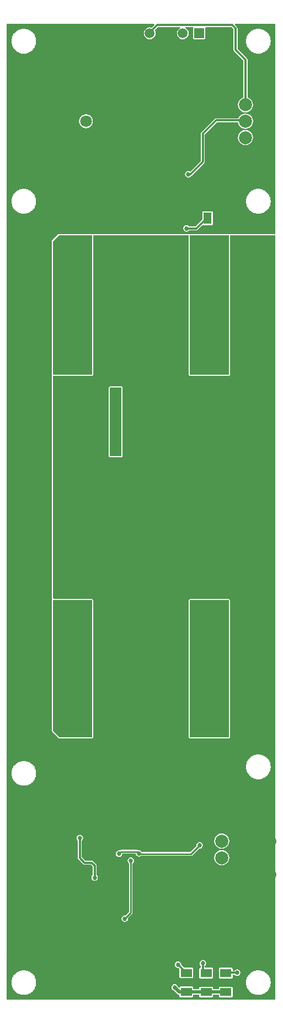
<source format=gbl>
G04*
G04 #@! TF.GenerationSoftware,Altium Limited,Altium Designer,20.2.7 (254)*
G04*
G04 Layer_Physical_Order=2*
G04 Layer_Color=16711680*
%FSLAX44Y44*%
%MOMM*%
G71*
G04*
G04 #@! TF.SameCoordinates,09A48B07-2891-40CF-AB4D-50A5A77D63B2*
G04*
G04*
G04 #@! TF.FilePolarity,Positive*
G04*
G01*
G75*
%ADD13C,0.2540*%
%ADD16C,0.5000*%
%ADD27R,1.3000X1.8000*%
%ADD36R,1.8000X1.3000*%
%ADD113C,0.3000*%
%ADD117C,3.5000*%
%ADD118C,1.8000*%
%ADD119C,1.5000*%
%ADD120C,2.0000*%
%ADD121R,2.9000X2.5000*%
%ADD122R,6.0000X5.0000*%
%ADD123R,4.0000X5.0000*%
%ADD124R,1.5000X1.5000*%
%ADD125O,1.0000X1.7000*%
%ADD126C,0.6858*%
%ADD127C,1.0000*%
%ADD128C,0.5080*%
G36*
X416115Y1174650D02*
X345000Y1174650D01*
X345000Y1174650D01*
X285000Y1174650D01*
X135000Y1174650D01*
X135000Y1174650D01*
X84250D01*
X84250Y1174650D01*
X82867D01*
X73350Y1165171D01*
X73350Y615000D01*
Y415000D01*
X73834Y413834D01*
X83834Y403834D01*
X85000Y403350D01*
X135000D01*
X136166Y403834D01*
X136650Y405000D01*
Y615000D01*
X136166Y616166D01*
X135000Y616650D01*
X76270D01*
X75000Y617920D01*
X75000Y957177D01*
X75000Y958350D01*
X135000D01*
X136166Y958834D01*
X136650Y960000D01*
Y1173000D01*
X252250Y1173000D01*
X282080D01*
X283350Y1173000D01*
Y960000D01*
X283834Y958834D01*
X285000Y958350D01*
X345000D01*
X346166Y958834D01*
X346650Y960000D01*
Y1173000D01*
X416115D01*
Y3884D01*
X3884D01*
Y1496116D01*
X230096D01*
X230582Y1494942D01*
X226175Y1490535D01*
X225556Y1490792D01*
X223200Y1491102D01*
X220844Y1490792D01*
X218649Y1489883D01*
X216764Y1488436D01*
X215318Y1486551D01*
X214408Y1484356D01*
X214098Y1482000D01*
X214408Y1479644D01*
X215318Y1477449D01*
X216764Y1475564D01*
X218649Y1474118D01*
X220844Y1473208D01*
X223200Y1472898D01*
X225556Y1473208D01*
X227751Y1474118D01*
X229636Y1475564D01*
X231082Y1477449D01*
X231992Y1479644D01*
X232302Y1482000D01*
X231992Y1484356D01*
X231082Y1486551D01*
X231008Y1486648D01*
X235777Y1491417D01*
X269834D01*
X270087Y1490147D01*
X269449Y1489883D01*
X267564Y1488436D01*
X266118Y1486551D01*
X265208Y1484356D01*
X264898Y1482000D01*
X265208Y1479644D01*
X266118Y1477449D01*
X267564Y1475564D01*
X269449Y1474118D01*
X271644Y1473208D01*
X274000Y1472898D01*
X276356Y1473208D01*
X278551Y1474118D01*
X280436Y1475564D01*
X281882Y1477449D01*
X282792Y1479644D01*
X283102Y1482000D01*
X282792Y1484356D01*
X281882Y1486551D01*
X280436Y1488436D01*
X278551Y1489883D01*
X277913Y1490147D01*
X278165Y1491417D01*
X289825D01*
X290518Y1490147D01*
X290250Y1489500D01*
Y1474500D01*
X290734Y1473334D01*
X291900Y1472850D01*
X306900D01*
X308066Y1473334D01*
X308550Y1474500D01*
Y1489500D01*
X308282Y1490147D01*
X308975Y1491417D01*
X348785D01*
X351917Y1488285D01*
Y1457000D01*
X351917Y1457000D01*
X352151Y1455820D01*
X352820Y1454820D01*
X367137Y1440503D01*
Y1383696D01*
X364408Y1382566D01*
X362001Y1380719D01*
X360154Y1378312D01*
X358993Y1375508D01*
X358597Y1372500D01*
X358993Y1369492D01*
X360154Y1366688D01*
X362001Y1364281D01*
X364408Y1362434D01*
X367212Y1361273D01*
X370220Y1360877D01*
X373228Y1361273D01*
X376032Y1362434D01*
X378439Y1364281D01*
X380286Y1366688D01*
X381447Y1369492D01*
X381843Y1372500D01*
X381447Y1375508D01*
X380286Y1378312D01*
X378439Y1380719D01*
X376032Y1382566D01*
X373303Y1383696D01*
Y1441780D01*
X373303Y1441780D01*
X373069Y1442960D01*
X372400Y1443960D01*
X372400Y1443960D01*
X358083Y1458277D01*
Y1489562D01*
X358083Y1489562D01*
X357849Y1490742D01*
X357180Y1491742D01*
X357180Y1491742D01*
X353980Y1494942D01*
X354466Y1496116D01*
X416115D01*
Y1174650D01*
D02*
G37*
G36*
X345000Y960000D02*
X285000D01*
Y1173000D01*
X345000Y1173000D01*
Y960000D01*
D02*
G37*
G36*
X135000Y1173000D02*
Y960000D01*
X75000D01*
Y1163750D01*
X75001Y1163751D01*
X84250Y1173000D01*
X135000D01*
D02*
G37*
G36*
Y405000D02*
X85000D01*
X75000Y415000D01*
Y615000D01*
X135000D01*
Y405000D01*
D02*
G37*
%LPC*%
G36*
X391477Y1488885D02*
X388523D01*
X388147Y1488810D01*
X387765D01*
X384867Y1488233D01*
X384513Y1488087D01*
X384138Y1488013D01*
X381408Y1486882D01*
X381090Y1486669D01*
X380737Y1486523D01*
X378280Y1484881D01*
X378009Y1484611D01*
X377691Y1484398D01*
X375602Y1482309D01*
X375389Y1481991D01*
X375119Y1481720D01*
X373477Y1479263D01*
X373331Y1478910D01*
X373118Y1478592D01*
X371987Y1475862D01*
X371913Y1475487D01*
X371766Y1475133D01*
X371190Y1472235D01*
Y1471853D01*
X371115Y1471477D01*
Y1468523D01*
X371190Y1468147D01*
Y1467765D01*
X371766Y1464867D01*
X371913Y1464513D01*
X371987Y1464138D01*
X373118Y1461408D01*
X373331Y1461090D01*
X373477Y1460737D01*
X375119Y1458280D01*
X375389Y1458009D01*
X375602Y1457691D01*
X377691Y1455602D01*
X378009Y1455389D01*
X378280Y1455119D01*
X380737Y1453477D01*
X381090Y1453331D01*
X381408Y1453118D01*
X384138Y1451987D01*
X384513Y1451913D01*
X384867Y1451766D01*
X387765Y1451190D01*
X388147D01*
X388523Y1451115D01*
X391477D01*
X391853Y1451190D01*
X392235D01*
X395133Y1451766D01*
X395487Y1451913D01*
X395862Y1451987D01*
X398592Y1453118D01*
X398910Y1453331D01*
X399263Y1453477D01*
X401720Y1455119D01*
X401991Y1455389D01*
X402309Y1455602D01*
X404398Y1457691D01*
X404611Y1458009D01*
X404881Y1458280D01*
X406523Y1460737D01*
X406669Y1461090D01*
X406882Y1461408D01*
X408013Y1464138D01*
X408087Y1464513D01*
X408233Y1464867D01*
X408810Y1467765D01*
Y1468147D01*
X408885Y1468523D01*
Y1471477D01*
X408810Y1471853D01*
Y1472235D01*
X408233Y1475133D01*
X408087Y1475487D01*
X408013Y1475862D01*
X406882Y1478592D01*
X406669Y1478910D01*
X406523Y1479263D01*
X404881Y1481720D01*
X404611Y1481991D01*
X404398Y1482309D01*
X402309Y1484398D01*
X401991Y1484611D01*
X401720Y1484881D01*
X399263Y1486523D01*
X398910Y1486669D01*
X398592Y1486882D01*
X395862Y1488013D01*
X395487Y1488087D01*
X395133Y1488233D01*
X392235Y1488810D01*
X391853D01*
X391477Y1488885D01*
D02*
G37*
G36*
X31477D02*
X28523D01*
X28147Y1488810D01*
X27765D01*
X24867Y1488233D01*
X24513Y1488087D01*
X24138Y1488013D01*
X21408Y1486882D01*
X21090Y1486669D01*
X20737Y1486523D01*
X18280Y1484881D01*
X18009Y1484611D01*
X17691Y1484398D01*
X15602Y1482309D01*
X15389Y1481991D01*
X15119Y1481720D01*
X13477Y1479263D01*
X13331Y1478910D01*
X13118Y1478592D01*
X11988Y1475862D01*
X11913Y1475487D01*
X11766Y1475133D01*
X11190Y1472235D01*
Y1471853D01*
X11115Y1471477D01*
Y1468523D01*
X11190Y1468147D01*
Y1467765D01*
X11766Y1464867D01*
X11913Y1464513D01*
X11988Y1464138D01*
X13118Y1461408D01*
X13331Y1461090D01*
X13477Y1460737D01*
X15119Y1458280D01*
X15389Y1458009D01*
X15602Y1457691D01*
X17691Y1455602D01*
X18009Y1455389D01*
X18280Y1455119D01*
X20737Y1453477D01*
X21090Y1453331D01*
X21408Y1453118D01*
X24138Y1451987D01*
X24513Y1451913D01*
X24867Y1451766D01*
X27765Y1451190D01*
X28147D01*
X28523Y1451115D01*
X31477D01*
X31853Y1451190D01*
X32235D01*
X35133Y1451766D01*
X35487Y1451913D01*
X35862Y1451987D01*
X38592Y1453118D01*
X38910Y1453331D01*
X39263Y1453477D01*
X41720Y1455119D01*
X41991Y1455389D01*
X42309Y1455602D01*
X44398Y1457691D01*
X44611Y1458009D01*
X44881Y1458280D01*
X46523Y1460737D01*
X46669Y1461090D01*
X46882Y1461408D01*
X48012Y1464138D01*
X48087Y1464513D01*
X48233Y1464867D01*
X48810Y1467765D01*
Y1468147D01*
X48885Y1468523D01*
Y1471477D01*
X48810Y1471853D01*
Y1472235D01*
X48233Y1475133D01*
X48087Y1475487D01*
X48012Y1475862D01*
X46882Y1478592D01*
X46669Y1478910D01*
X46523Y1479263D01*
X44881Y1481720D01*
X44611Y1481991D01*
X44398Y1482309D01*
X42309Y1484398D01*
X41991Y1484611D01*
X41720Y1484881D01*
X39263Y1486523D01*
X38910Y1486669D01*
X38592Y1486882D01*
X35862Y1488013D01*
X35487Y1488087D01*
X35133Y1488233D01*
X32235Y1488810D01*
X31853D01*
X31477Y1488885D01*
D02*
G37*
G36*
X370220Y1359123D02*
X367212Y1358727D01*
X364408Y1357566D01*
X362001Y1355719D01*
X360154Y1353312D01*
X359604Y1351983D01*
X325220D01*
X325220Y1351983D01*
X324040Y1351749D01*
X323040Y1351080D01*
X323040Y1351080D01*
X302720Y1330760D01*
X302052Y1329760D01*
X301817Y1328580D01*
X301817Y1328580D01*
Y1286926D01*
X285256Y1270365D01*
X284433Y1270916D01*
X282500Y1271300D01*
X280567Y1270916D01*
X278929Y1269821D01*
X277834Y1268183D01*
X277450Y1266250D01*
X277834Y1264317D01*
X278929Y1262679D01*
X280567Y1261584D01*
X282500Y1261200D01*
X284433Y1261584D01*
X286071Y1262679D01*
X286534Y1263372D01*
X286681Y1263401D01*
X287682Y1264070D01*
X307080Y1283468D01*
X307080Y1283468D01*
X307749Y1284469D01*
X307983Y1285649D01*
Y1327303D01*
X326497Y1345817D01*
X358818D01*
X358993Y1344492D01*
X360154Y1341688D01*
X362001Y1339281D01*
X364408Y1337434D01*
X367212Y1336273D01*
X370220Y1335877D01*
X373228Y1336273D01*
X376032Y1337434D01*
X378439Y1339281D01*
X380286Y1341688D01*
X381447Y1344492D01*
X381843Y1347500D01*
X381447Y1350508D01*
X380286Y1353312D01*
X378439Y1355719D01*
X376032Y1357566D01*
X373228Y1358727D01*
X370220Y1359123D01*
D02*
G37*
G36*
X125550Y1358115D02*
X122803Y1357753D01*
X120243Y1356693D01*
X118044Y1355006D01*
X116357Y1352807D01*
X115297Y1350247D01*
X114935Y1347500D01*
X115297Y1344753D01*
X116357Y1342193D01*
X118044Y1339994D01*
X120243Y1338307D01*
X122803Y1337247D01*
X125550Y1336885D01*
X128297Y1337247D01*
X130857Y1338307D01*
X133056Y1339994D01*
X134743Y1342193D01*
X135803Y1344753D01*
X136165Y1347500D01*
X135803Y1350247D01*
X134743Y1352807D01*
X133056Y1355006D01*
X130857Y1356693D01*
X128297Y1357753D01*
X125550Y1358115D01*
D02*
G37*
G36*
X370220Y1334123D02*
X367212Y1333727D01*
X364408Y1332566D01*
X362001Y1330719D01*
X360154Y1328312D01*
X358993Y1325508D01*
X358597Y1322500D01*
X358993Y1319492D01*
X360154Y1316688D01*
X362001Y1314281D01*
X364408Y1312434D01*
X367212Y1311273D01*
X370220Y1310877D01*
X373228Y1311273D01*
X376032Y1312434D01*
X378439Y1314281D01*
X380286Y1316688D01*
X381447Y1319492D01*
X381843Y1322500D01*
X381447Y1325508D01*
X380286Y1328312D01*
X378439Y1330719D01*
X376032Y1332566D01*
X373228Y1333727D01*
X370220Y1334123D01*
D02*
G37*
G36*
X391477Y1243885D02*
X388523D01*
X388147Y1243810D01*
X387765D01*
X384867Y1243233D01*
X384513Y1243087D01*
X384138Y1243012D01*
X381408Y1241882D01*
X381090Y1241669D01*
X380737Y1241523D01*
X378280Y1239881D01*
X378009Y1239611D01*
X377691Y1239398D01*
X375602Y1237309D01*
X375389Y1236991D01*
X375119Y1236720D01*
X373477Y1234263D01*
X373331Y1233910D01*
X373118Y1233592D01*
X371987Y1230862D01*
X371913Y1230487D01*
X371766Y1230133D01*
X371190Y1227235D01*
Y1226853D01*
X371115Y1226477D01*
Y1223523D01*
X371190Y1223147D01*
Y1222765D01*
X371766Y1219867D01*
X371913Y1219513D01*
X371987Y1219138D01*
X373118Y1216408D01*
X373331Y1216090D01*
X373477Y1215737D01*
X375119Y1213280D01*
X375389Y1213009D01*
X375602Y1212691D01*
X377691Y1210602D01*
X378009Y1210389D01*
X378280Y1210119D01*
X380737Y1208477D01*
X381090Y1208331D01*
X381408Y1208118D01*
X384138Y1206988D01*
X384513Y1206913D01*
X384867Y1206766D01*
X387765Y1206190D01*
X388147D01*
X388523Y1206115D01*
X391477D01*
X391853Y1206190D01*
X392235D01*
X395133Y1206766D01*
X395487Y1206913D01*
X395862Y1206988D01*
X398592Y1208118D01*
X398910Y1208331D01*
X399263Y1208477D01*
X401720Y1210119D01*
X401991Y1210389D01*
X402309Y1210602D01*
X404398Y1212691D01*
X404611Y1213009D01*
X404881Y1213280D01*
X406523Y1215737D01*
X406669Y1216090D01*
X406882Y1216408D01*
X408013Y1219138D01*
X408087Y1219513D01*
X408233Y1219867D01*
X408810Y1222765D01*
Y1223147D01*
X408885Y1223523D01*
Y1226477D01*
X408810Y1226853D01*
Y1227235D01*
X408233Y1230133D01*
X408087Y1230487D01*
X408013Y1230862D01*
X406882Y1233592D01*
X406669Y1233910D01*
X406523Y1234263D01*
X404881Y1236720D01*
X404611Y1236991D01*
X404398Y1237309D01*
X402309Y1239398D01*
X401991Y1239611D01*
X401720Y1239881D01*
X399263Y1241523D01*
X398910Y1241669D01*
X398592Y1241882D01*
X395862Y1243012D01*
X395487Y1243087D01*
X395133Y1243233D01*
X392235Y1243810D01*
X391853D01*
X391477Y1243885D01*
D02*
G37*
G36*
X31477D02*
X28523D01*
X28147Y1243810D01*
X27765D01*
X24867Y1243233D01*
X24513Y1243087D01*
X24138Y1243012D01*
X21408Y1241882D01*
X21090Y1241669D01*
X20737Y1241523D01*
X18280Y1239881D01*
X18009Y1239611D01*
X17691Y1239398D01*
X15602Y1237309D01*
X15389Y1236991D01*
X15119Y1236720D01*
X13477Y1234263D01*
X13331Y1233910D01*
X13118Y1233592D01*
X11988Y1230862D01*
X11913Y1230487D01*
X11766Y1230133D01*
X11190Y1227235D01*
Y1226853D01*
X11115Y1226477D01*
Y1223523D01*
X11190Y1223147D01*
Y1222765D01*
X11766Y1219867D01*
X11913Y1219513D01*
X11988Y1219138D01*
X13118Y1216408D01*
X13331Y1216090D01*
X13477Y1215737D01*
X15119Y1213280D01*
X15389Y1213009D01*
X15602Y1212691D01*
X17691Y1210602D01*
X18009Y1210389D01*
X18280Y1210119D01*
X20737Y1208477D01*
X21090Y1208331D01*
X21408Y1208118D01*
X24138Y1206988D01*
X24513Y1206913D01*
X24867Y1206766D01*
X27765Y1206190D01*
X28147D01*
X28523Y1206115D01*
X31477D01*
X31853Y1206190D01*
X32235D01*
X35133Y1206766D01*
X35487Y1206913D01*
X35862Y1206988D01*
X38592Y1208118D01*
X38910Y1208331D01*
X39263Y1208477D01*
X41720Y1210119D01*
X41991Y1210389D01*
X42309Y1210602D01*
X44398Y1212691D01*
X44611Y1213009D01*
X44881Y1213280D01*
X46523Y1215737D01*
X46669Y1216090D01*
X46882Y1216408D01*
X48012Y1219138D01*
X48087Y1219513D01*
X48233Y1219867D01*
X48810Y1222765D01*
Y1223147D01*
X48885Y1223523D01*
Y1226477D01*
X48810Y1226853D01*
Y1227235D01*
X48233Y1230133D01*
X48087Y1230487D01*
X48012Y1230862D01*
X46882Y1233592D01*
X46669Y1233910D01*
X46523Y1234263D01*
X44881Y1236720D01*
X44611Y1236991D01*
X44398Y1237309D01*
X42309Y1239398D01*
X41991Y1239611D01*
X41720Y1239881D01*
X39263Y1241523D01*
X38910Y1241669D01*
X38592Y1241882D01*
X35862Y1243012D01*
X35487Y1243087D01*
X35133Y1243233D01*
X32235Y1243810D01*
X31853D01*
X31477Y1243885D01*
D02*
G37*
G36*
X318500Y1209650D02*
X305500D01*
X304334Y1209166D01*
X303850Y1208000D01*
Y1196961D01*
X293473Y1186583D01*
X283647D01*
X283321Y1187071D01*
X281682Y1188166D01*
X279750Y1188550D01*
X277817Y1188166D01*
X276179Y1187071D01*
X275084Y1185433D01*
X274700Y1183500D01*
X275084Y1181567D01*
X276179Y1179929D01*
X277817Y1178834D01*
X279750Y1178450D01*
X281682Y1178834D01*
X283321Y1179929D01*
X283647Y1180417D01*
X294750D01*
X294750Y1180417D01*
X295930Y1180651D01*
X296930Y1181320D01*
X304412Y1188801D01*
X305500Y1188350D01*
X318500D01*
X319666Y1188834D01*
X320150Y1190000D01*
Y1208000D01*
X319666Y1209166D01*
X318500Y1209650D01*
D02*
G37*
G36*
X180000Y941650D02*
X162000D01*
X160834Y941166D01*
X160350Y940000D01*
X160350Y835000D01*
X160834Y833834D01*
X162000Y833350D01*
X180000D01*
X181166Y833834D01*
X181650Y835000D01*
X181650Y940000D01*
X181166Y941166D01*
X180000Y941650D01*
D02*
G37*
G36*
X345000Y616650D02*
X285000D01*
X283834Y616166D01*
X283350Y615000D01*
Y405000D01*
X283834Y403834D01*
X285000Y403350D01*
X345000D01*
X346166Y403834D01*
X346650Y405000D01*
Y615000D01*
X346166Y616166D01*
X345000Y616650D01*
D02*
G37*
G36*
X391477Y378885D02*
X388523D01*
X388147Y378810D01*
X387765D01*
X384867Y378233D01*
X384513Y378087D01*
X384138Y378013D01*
X381408Y376882D01*
X381090Y376669D01*
X380737Y376523D01*
X378280Y374881D01*
X378009Y374611D01*
X377691Y374398D01*
X375602Y372309D01*
X375389Y371991D01*
X375119Y371720D01*
X373477Y369263D01*
X373331Y368910D01*
X373118Y368592D01*
X371987Y365862D01*
X371913Y365487D01*
X371766Y365133D01*
X371190Y362235D01*
Y361853D01*
X371115Y361477D01*
Y358523D01*
X371190Y358147D01*
Y357765D01*
X371766Y354867D01*
X371913Y354513D01*
X371987Y354138D01*
X373118Y351408D01*
X373331Y351090D01*
X373477Y350737D01*
X375119Y348280D01*
X375389Y348009D01*
X375602Y347691D01*
X377691Y345602D01*
X378009Y345389D01*
X378280Y345119D01*
X380737Y343477D01*
X381090Y343331D01*
X381408Y343118D01*
X384138Y341987D01*
X384513Y341913D01*
X384867Y341766D01*
X387765Y341190D01*
X388147D01*
X388523Y341115D01*
X391477D01*
X391853Y341190D01*
X392235D01*
X395133Y341766D01*
X395487Y341913D01*
X395862Y341987D01*
X398592Y343118D01*
X398910Y343331D01*
X399263Y343477D01*
X401720Y345119D01*
X401991Y345389D01*
X402309Y345602D01*
X404398Y347691D01*
X404611Y348009D01*
X404881Y348280D01*
X406523Y350737D01*
X406669Y351090D01*
X406882Y351408D01*
X408013Y354138D01*
X408087Y354513D01*
X408233Y354867D01*
X408810Y357765D01*
Y358147D01*
X408885Y358523D01*
Y361477D01*
X408810Y361853D01*
Y362235D01*
X408233Y365133D01*
X408087Y365487D01*
X408013Y365862D01*
X406882Y368592D01*
X406669Y368910D01*
X406523Y369263D01*
X404881Y371720D01*
X404611Y371991D01*
X404398Y372309D01*
X402309Y374398D01*
X401991Y374611D01*
X401720Y374881D01*
X399263Y376523D01*
X398910Y376669D01*
X398592Y376882D01*
X395862Y378013D01*
X395487Y378087D01*
X395133Y378233D01*
X392235Y378810D01*
X391853D01*
X391477Y378885D01*
D02*
G37*
G36*
X31477Y368885D02*
X28523D01*
X28147Y368810D01*
X27765D01*
X24867Y368234D01*
X24513Y368087D01*
X24138Y368013D01*
X21408Y366882D01*
X21090Y366669D01*
X20737Y366523D01*
X18280Y364881D01*
X18009Y364611D01*
X17691Y364398D01*
X15602Y362309D01*
X15389Y361991D01*
X15119Y361720D01*
X13477Y359263D01*
X13331Y358910D01*
X13118Y358592D01*
X11988Y355862D01*
X11913Y355487D01*
X11766Y355133D01*
X11190Y352235D01*
Y351853D01*
X11115Y351477D01*
Y348523D01*
X11190Y348147D01*
Y347765D01*
X11766Y344867D01*
X11913Y344513D01*
X11988Y344138D01*
X13118Y341408D01*
X13331Y341090D01*
X13477Y340737D01*
X15119Y338280D01*
X15389Y338009D01*
X15602Y337691D01*
X17691Y335602D01*
X18009Y335389D01*
X18280Y335119D01*
X20737Y333477D01*
X21090Y333331D01*
X21408Y333118D01*
X24138Y331987D01*
X24513Y331913D01*
X24867Y331766D01*
X27765Y331190D01*
X28147D01*
X28523Y331115D01*
X31477D01*
X31853Y331190D01*
X32235D01*
X35133Y331766D01*
X35487Y331913D01*
X35862Y331987D01*
X38592Y333118D01*
X38910Y333331D01*
X39263Y333477D01*
X41720Y335119D01*
X41991Y335389D01*
X42309Y335602D01*
X44398Y337691D01*
X44611Y338009D01*
X44881Y338280D01*
X46523Y340737D01*
X46669Y341090D01*
X46882Y341408D01*
X48012Y344138D01*
X48087Y344513D01*
X48233Y344867D01*
X48810Y347765D01*
Y348147D01*
X48885Y348523D01*
Y351477D01*
X48810Y351853D01*
Y352235D01*
X48233Y355133D01*
X48087Y355487D01*
X48012Y355862D01*
X46882Y358592D01*
X46669Y358910D01*
X46523Y359263D01*
X44881Y361720D01*
X44611Y361991D01*
X44398Y362309D01*
X42309Y364398D01*
X41991Y364611D01*
X41720Y364881D01*
X39263Y366523D01*
X38910Y366669D01*
X38592Y366882D01*
X35862Y368013D01*
X35487Y368087D01*
X35133Y368234D01*
X32235Y368810D01*
X31853D01*
X31477Y368885D01*
D02*
G37*
G36*
X300000Y245050D02*
X298067Y244666D01*
X296429Y243571D01*
X295334Y241933D01*
X294950Y240000D01*
X295119Y239148D01*
X285570Y229599D01*
X211305D01*
X210321Y231071D01*
X208683Y232166D01*
X206750Y232550D01*
X205758Y232353D01*
X205340Y232632D01*
X204250Y232849D01*
X204250Y232849D01*
X179250D01*
X179250Y232849D01*
X178160Y232632D01*
X177236Y232014D01*
X177236Y232014D01*
X177102Y231881D01*
X176250Y232050D01*
X174317Y231666D01*
X172679Y230571D01*
X171584Y228933D01*
X171200Y227000D01*
X171584Y225067D01*
X172679Y223429D01*
X174317Y222334D01*
X176250Y221950D01*
X178183Y222334D01*
X179821Y223429D01*
X180916Y225067D01*
X181300Y227000D01*
X181424Y227151D01*
X201769D01*
X202084Y225567D01*
X203179Y223929D01*
X204817Y222834D01*
X206750Y222450D01*
X208683Y222834D01*
X210279Y223901D01*
X286750D01*
X286750Y223901D01*
X287840Y224118D01*
X288764Y224736D01*
X299148Y235119D01*
X300000Y234950D01*
X301933Y235334D01*
X303571Y236429D01*
X304666Y238067D01*
X305050Y240000D01*
X304666Y241933D01*
X303571Y243571D01*
X301933Y244666D01*
X300000Y245050D01*
D02*
G37*
G36*
X333800Y258013D02*
X330792Y257617D01*
X327988Y256456D01*
X325581Y254609D01*
X323734Y252202D01*
X322573Y249398D01*
X322177Y246390D01*
X322573Y243382D01*
X323734Y240578D01*
X325581Y238171D01*
X327988Y236324D01*
X330792Y235163D01*
X333800Y234767D01*
X336808Y235163D01*
X339612Y236324D01*
X342019Y238171D01*
X343866Y240578D01*
X345027Y243382D01*
X345423Y246390D01*
X345027Y249398D01*
X343866Y252202D01*
X342019Y254609D01*
X339612Y256456D01*
X336808Y257617D01*
X333800Y258013D01*
D02*
G37*
G36*
Y232613D02*
X330792Y232217D01*
X327988Y231056D01*
X325581Y229209D01*
X323734Y226802D01*
X322573Y223998D01*
X322177Y220990D01*
X322573Y217982D01*
X323734Y215178D01*
X325581Y212771D01*
X327988Y210924D01*
X330792Y209763D01*
X333800Y209366D01*
X336808Y209763D01*
X339612Y210924D01*
X342019Y212771D01*
X343866Y215178D01*
X345027Y217982D01*
X345423Y220990D01*
X345027Y223998D01*
X343866Y226802D01*
X342019Y229209D01*
X339612Y231056D01*
X336808Y232217D01*
X333800Y232613D01*
D02*
G37*
G36*
X116000Y256050D02*
X114067Y255666D01*
X112429Y254571D01*
X111334Y252933D01*
X110950Y251000D01*
X111334Y249067D01*
X112429Y247429D01*
X112917Y247103D01*
Y220750D01*
X112917Y220750D01*
X113152Y219570D01*
X113820Y218570D01*
X121320Y211070D01*
X121320Y211070D01*
X122320Y210401D01*
X123500Y210167D01*
X132973D01*
X135674Y207466D01*
Y194406D01*
X135186Y194080D01*
X134091Y192442D01*
X133707Y190509D01*
X134091Y188577D01*
X135186Y186938D01*
X136824Y185844D01*
X138757Y185459D01*
X140689Y185844D01*
X142328Y186938D01*
X143422Y188577D01*
X143807Y190509D01*
X143422Y192442D01*
X142328Y194080D01*
X141840Y194406D01*
Y208743D01*
X141605Y209923D01*
X140937Y210923D01*
X140937Y210924D01*
X136430Y215430D01*
X135430Y216098D01*
X134250Y216333D01*
X134250Y216333D01*
X124777D01*
X119083Y222027D01*
Y247103D01*
X119571Y247429D01*
X120666Y249067D01*
X121050Y251000D01*
X120666Y252933D01*
X119571Y254571D01*
X117933Y255666D01*
X116000Y256050D01*
D02*
G37*
G36*
X194250Y221550D02*
X192317Y221166D01*
X190679Y220071D01*
X189584Y218433D01*
X189200Y216500D01*
X189584Y214567D01*
X190679Y212929D01*
X191401Y212446D01*
Y137930D01*
X185852Y132381D01*
X185000Y132550D01*
X183067Y132166D01*
X181429Y131071D01*
X180334Y129433D01*
X179950Y127500D01*
X180334Y125567D01*
X181429Y123929D01*
X183067Y122834D01*
X185000Y122450D01*
X186933Y122834D01*
X188571Y123929D01*
X189666Y125567D01*
X190050Y127500D01*
X189881Y128352D01*
X196264Y134736D01*
X196882Y135660D01*
X197099Y136750D01*
X197099Y136750D01*
Y212446D01*
X197821Y212929D01*
X198916Y214567D01*
X199300Y216500D01*
X198916Y218433D01*
X197821Y220071D01*
X196183Y221166D01*
X194250Y221550D01*
D02*
G37*
G36*
X349000Y52650D02*
X331000D01*
X329834Y52166D01*
X329350Y51000D01*
Y38000D01*
X329834Y36834D01*
X331000Y36350D01*
X349000D01*
X350166Y36834D01*
X350650Y38000D01*
Y41917D01*
X353603D01*
X353929Y41429D01*
X355568Y40334D01*
X357500Y39950D01*
X359433Y40334D01*
X361071Y41429D01*
X362166Y43067D01*
X362550Y45000D01*
X362166Y46933D01*
X361071Y48571D01*
X359433Y49666D01*
X357500Y50050D01*
X355568Y49666D01*
X353929Y48571D01*
X353603Y48083D01*
X350650D01*
Y51000D01*
X350166Y52166D01*
X349000Y52650D01*
D02*
G37*
G36*
X266800Y62420D02*
X264867Y62036D01*
X263229Y60941D01*
X262134Y59303D01*
X261750Y57370D01*
X262134Y55437D01*
X263229Y53799D01*
X264867Y52704D01*
X266800Y52320D01*
X267375Y52434D01*
X268850Y50959D01*
Y38170D01*
X269334Y37004D01*
X270500Y36521D01*
X288500D01*
X289666Y37004D01*
X290150Y38170D01*
Y51170D01*
X289666Y52336D01*
X288500Y52820D01*
X275711D01*
X271736Y56795D01*
X271850Y57370D01*
X271466Y59303D01*
X270371Y60941D01*
X268733Y62036D01*
X266800Y62420D01*
D02*
G37*
G36*
X304900Y64430D02*
X302967Y64046D01*
X301329Y62951D01*
X300234Y61313D01*
X299850Y59380D01*
X300234Y57448D01*
X301329Y55809D01*
X301817Y55483D01*
Y52650D01*
X301000D01*
X299834Y52166D01*
X299350Y51000D01*
Y38000D01*
X299834Y36834D01*
X301000Y36350D01*
X319000D01*
X320166Y36834D01*
X320650Y38000D01*
Y51000D01*
X320166Y52166D01*
X319000Y52650D01*
X307983D01*
Y55483D01*
X308471Y55809D01*
X309566Y57448D01*
X309950Y59380D01*
X309566Y61313D01*
X308471Y62951D01*
X306833Y64046D01*
X304900Y64430D01*
D02*
G37*
G36*
X391477Y48885D02*
X388523D01*
X388147Y48810D01*
X387765D01*
X384867Y48233D01*
X384513Y48087D01*
X384138Y48012D01*
X381408Y46882D01*
X381090Y46669D01*
X380737Y46523D01*
X378280Y44881D01*
X378009Y44611D01*
X377691Y44398D01*
X375602Y42309D01*
X375389Y41991D01*
X375119Y41720D01*
X373477Y39263D01*
X373331Y38910D01*
X373118Y38592D01*
X371987Y35862D01*
X371913Y35487D01*
X371766Y35133D01*
X371190Y32235D01*
Y31853D01*
X371115Y31477D01*
Y28523D01*
X371190Y28147D01*
Y27765D01*
X371766Y24867D01*
X371913Y24513D01*
X371987Y24138D01*
X373118Y21408D01*
X373331Y21090D01*
X373477Y20737D01*
X375119Y18280D01*
X375389Y18009D01*
X375602Y17691D01*
X377691Y15602D01*
X378009Y15389D01*
X378280Y15119D01*
X380737Y13477D01*
X381090Y13331D01*
X381408Y13118D01*
X384138Y11988D01*
X384513Y11913D01*
X384867Y11766D01*
X387765Y11190D01*
X388147D01*
X388523Y11115D01*
X391477D01*
X391853Y11190D01*
X392235D01*
X395133Y11766D01*
X395487Y11913D01*
X395862Y11988D01*
X398592Y13118D01*
X398910Y13331D01*
X399263Y13477D01*
X401720Y15119D01*
X401991Y15389D01*
X402309Y15602D01*
X404398Y17691D01*
X404611Y18009D01*
X404881Y18280D01*
X406523Y20737D01*
X406669Y21090D01*
X406882Y21408D01*
X408013Y24138D01*
X408087Y24513D01*
X408233Y24867D01*
X408810Y27765D01*
Y28147D01*
X408885Y28523D01*
Y31477D01*
X408810Y31853D01*
Y32235D01*
X408233Y35133D01*
X408087Y35487D01*
X408013Y35862D01*
X406882Y38592D01*
X406669Y38910D01*
X406523Y39263D01*
X404881Y41720D01*
X404611Y41991D01*
X404398Y42309D01*
X402309Y44398D01*
X401991Y44611D01*
X401720Y44881D01*
X399263Y46523D01*
X398910Y46669D01*
X398592Y46882D01*
X395862Y48012D01*
X395487Y48087D01*
X395133Y48233D01*
X392235Y48810D01*
X391853D01*
X391477Y48885D01*
D02*
G37*
G36*
X31477D02*
X28523D01*
X28147Y48810D01*
X27765D01*
X24867Y48233D01*
X24513Y48087D01*
X24138Y48012D01*
X21408Y46882D01*
X21090Y46669D01*
X20737Y46523D01*
X18280Y44881D01*
X18009Y44611D01*
X17691Y44398D01*
X15602Y42309D01*
X15389Y41991D01*
X15119Y41720D01*
X13477Y39263D01*
X13331Y38910D01*
X13118Y38592D01*
X11988Y35862D01*
X11913Y35487D01*
X11766Y35133D01*
X11190Y32235D01*
Y31853D01*
X11115Y31477D01*
Y28523D01*
X11190Y28147D01*
Y27765D01*
X11766Y24867D01*
X11913Y24513D01*
X11988Y24138D01*
X13118Y21408D01*
X13331Y21090D01*
X13477Y20737D01*
X15119Y18280D01*
X15389Y18009D01*
X15602Y17691D01*
X17691Y15602D01*
X18009Y15389D01*
X18280Y15119D01*
X20737Y13477D01*
X21090Y13331D01*
X21408Y13118D01*
X24138Y11988D01*
X24513Y11913D01*
X24867Y11766D01*
X27765Y11190D01*
X28147D01*
X28523Y11115D01*
X31477D01*
X31853Y11190D01*
X32235D01*
X35133Y11766D01*
X35487Y11913D01*
X35862Y11988D01*
X38592Y13118D01*
X38910Y13331D01*
X39263Y13477D01*
X41720Y15119D01*
X41991Y15389D01*
X42309Y15602D01*
X44398Y17691D01*
X44611Y18009D01*
X44881Y18280D01*
X46523Y20737D01*
X46669Y21090D01*
X46882Y21408D01*
X48012Y24138D01*
X48087Y24513D01*
X48233Y24867D01*
X48810Y27765D01*
Y28147D01*
X48885Y28523D01*
Y31477D01*
X48810Y31853D01*
Y32235D01*
X48233Y35133D01*
X48087Y35487D01*
X48012Y35862D01*
X46882Y38592D01*
X46669Y38910D01*
X46523Y39263D01*
X44881Y41720D01*
X44611Y41991D01*
X44398Y42309D01*
X42309Y44398D01*
X41991Y44611D01*
X41720Y44881D01*
X39263Y46523D01*
X38910Y46669D01*
X38592Y46882D01*
X35862Y48012D01*
X35487Y48087D01*
X35133Y48233D01*
X32235Y48810D01*
X31853D01*
X31477Y48885D01*
D02*
G37*
G36*
X261720Y27600D02*
X259788Y27216D01*
X258149Y26121D01*
X257054Y24483D01*
X256670Y22550D01*
X257054Y20617D01*
X258149Y18979D01*
X259788Y17884D01*
X260781Y17687D01*
X265869Y12599D01*
X267200Y11710D01*
X268770Y11397D01*
X268850D01*
Y9170D01*
X269334Y8004D01*
X270500Y7520D01*
X288500D01*
X289666Y8004D01*
X290150Y9170D01*
Y11397D01*
X299350D01*
Y9000D01*
X299834Y7834D01*
X301000Y7350D01*
X319000D01*
X320166Y7834D01*
X320650Y9000D01*
Y11397D01*
X329350D01*
Y9000D01*
X329834Y7834D01*
X331000Y7350D01*
X349000D01*
X350166Y7834D01*
X350650Y9000D01*
Y22000D01*
X350166Y23166D01*
X349000Y23650D01*
X331000D01*
X329834Y23166D01*
X329350Y22000D01*
Y19603D01*
X320650D01*
Y22000D01*
X320166Y23166D01*
X319000Y23650D01*
X301000D01*
X299834Y23166D01*
X299350Y22000D01*
Y19603D01*
X290150D01*
Y22170D01*
X289666Y23336D01*
X288500Y23820D01*
X270500D01*
X269334Y23336D01*
X269099Y22770D01*
X267677Y22395D01*
X266583Y23489D01*
X266386Y24483D01*
X265291Y26121D01*
X263653Y27216D01*
X261720Y27600D01*
D02*
G37*
%LPD*%
G36*
X180000Y835000D02*
X162000D01*
X162000Y940000D01*
X180000D01*
X180000Y835000D01*
D02*
G37*
G36*
X345000Y405000D02*
X285000D01*
Y615000D01*
X345000D01*
Y405000D01*
D02*
G37*
D13*
X286750Y226750D02*
X300000Y240000D01*
X207500Y226750D02*
X286750D01*
X204250Y230000D02*
X206750Y227500D01*
X176250Y227000D02*
X179250Y230000D01*
X204250D01*
X206750Y227500D02*
X207500Y226750D01*
X185000Y127500D02*
X194250Y136750D01*
Y216500D01*
D16*
X268770Y15500D02*
X310000D01*
X261720Y22550D02*
X268770Y15500D01*
X310000D02*
X340000D01*
D27*
X312000Y1199000D02*
D03*
X341000D02*
D03*
D36*
X340000Y44500D02*
D03*
Y15500D02*
D03*
X310000Y44500D02*
D03*
Y15500D02*
D03*
X279500Y44670D02*
D03*
Y15670D02*
D03*
D113*
X282500Y1266250D02*
X285501D01*
X304900Y1285649D01*
X266800Y57370D02*
X279500Y44670D01*
X294750Y1183500D02*
X311750Y1200500D01*
X370220Y1372500D02*
Y1441780D01*
X355000Y1457000D02*
X370220Y1441780D01*
X223200Y1482000D02*
Y1483200D01*
X304900Y59380D02*
X306170Y58110D01*
X304900Y49220D02*
X309450Y44670D01*
X304900Y49220D02*
Y59380D01*
X340500Y45000D02*
X357500D01*
X340000Y44500D02*
X340500Y45000D01*
X304900Y1285649D02*
Y1328580D01*
X325220Y1348900D01*
X368820D01*
X370220Y1347500D01*
X279750Y1183500D02*
X294750D01*
X355000Y1457000D02*
Y1489562D01*
X223200Y1483200D02*
X234500Y1494500D01*
X350062D01*
X355000Y1489562D01*
X123500Y213250D02*
X134250D01*
X116000Y220750D02*
X123500Y213250D01*
X116000Y220750D02*
Y251000D01*
X138757Y190509D02*
Y208743D01*
X134250Y213250D02*
X138757Y208743D01*
D117*
X74750Y1296700D02*
D03*
Y1398300D02*
D03*
D118*
X125550Y1347500D02*
D03*
Y1322100D02*
D03*
D119*
X410000Y246390D02*
D03*
Y195590D02*
D03*
X223200Y1482000D02*
D03*
X248600D02*
D03*
X274000D02*
D03*
D120*
X333800Y195590D02*
D03*
Y220990D02*
D03*
Y246390D02*
D03*
X370220Y1322500D02*
D03*
Y1347500D02*
D03*
Y1372500D02*
D03*
D121*
X337220Y1388500D02*
D03*
Y1306500D02*
D03*
D122*
X315000Y590000D02*
D03*
Y985000D02*
D03*
X105000Y590000D02*
D03*
Y985000D02*
D03*
D123*
X315000Y430000D02*
D03*
Y1145000D02*
D03*
X105000Y430000D02*
D03*
Y1145000D02*
D03*
D124*
X299400Y1482000D02*
D03*
D125*
X245150Y27730D02*
D03*
X158770Y27630D02*
D03*
X245150Y65730D02*
D03*
X158750D02*
D03*
D126*
X282500Y1266250D02*
D03*
X142250Y238000D02*
D03*
Y227000D02*
D03*
X131250Y238000D02*
D03*
Y227000D02*
D03*
X300000Y240000D02*
D03*
X176250Y227000D02*
D03*
X194250Y216500D02*
D03*
X206750Y227500D02*
D03*
X171000Y848000D02*
D03*
Y870000D02*
D03*
Y893000D02*
D03*
Y915000D02*
D03*
Y931000D02*
D03*
X261720Y22550D02*
D03*
X266800Y57370D02*
D03*
X304900Y59380D02*
D03*
X130750Y180500D02*
D03*
Y200500D02*
D03*
X125750Y190500D02*
D03*
X357500Y45000D02*
D03*
X185000Y127500D02*
D03*
X279750Y1183500D02*
D03*
X160000Y169500D02*
D03*
X160400Y158250D02*
D03*
X47500Y151750D02*
D03*
X63250D02*
D03*
X78250D02*
D03*
X109500Y127000D02*
D03*
X53000Y236500D02*
D03*
X116000Y251000D02*
D03*
X294500Y50500D02*
D03*
X354750Y94414D02*
D03*
X368500Y136500D02*
D03*
X358986Y121750D02*
D03*
X345218D02*
D03*
X276850Y126000D02*
D03*
X288722Y126250D02*
D03*
X138757Y190509D02*
D03*
D127*
X324500Y55000D02*
D03*
X222250Y183250D02*
D03*
X357000Y901000D02*
D03*
X250500Y895250D02*
D03*
X200000Y784500D02*
D03*
X256500Y816250D02*
D03*
X356000Y818250D02*
D03*
X331000Y715000D02*
D03*
X262500Y716500D02*
D03*
X114500Y719250D02*
D03*
X115000Y786500D02*
D03*
X113750Y870000D02*
D03*
X210000Y707000D02*
D03*
Y723000D02*
D03*
X200000Y900000D02*
D03*
X193000Y915000D02*
D03*
Y931000D02*
D03*
X260750Y1334750D02*
D03*
X261000Y1313750D02*
D03*
X339000Y1333000D02*
D03*
X339250Y1364500D02*
D03*
X301000Y1354500D02*
D03*
X286500Y1323250D02*
D03*
X319500Y1278250D02*
D03*
X343750Y1182500D02*
D03*
X357750Y1182250D02*
D03*
X193500Y1310250D02*
D03*
X254250Y1257250D02*
D03*
X248750Y1219500D02*
D03*
X174750Y1221250D02*
D03*
X109250Y1249250D02*
D03*
X109000Y1215500D02*
D03*
X174500Y1247750D02*
D03*
X140250Y1249750D02*
D03*
X20750Y1267750D02*
D03*
X12250Y1181250D02*
D03*
X18500Y384250D02*
D03*
Y313500D02*
D03*
X144250Y1285250D02*
D03*
X191000Y1345750D02*
D03*
X152500Y1381000D02*
D03*
X232750Y1388000D02*
D03*
X282750Y1379750D02*
D03*
X306000Y1411750D02*
D03*
X326000Y1456707D02*
D03*
X263250Y1458250D02*
D03*
X216500Y1406000D02*
D03*
X156750Y1433000D02*
D03*
X171500Y1480607D02*
D03*
X125000Y1428500D02*
D03*
X89000Y1337000D02*
D03*
X199250Y1276000D02*
D03*
X244250Y1324000D02*
D03*
X216500Y1247750D02*
D03*
X24750Y1416750D02*
D03*
X86750Y1464750D02*
D03*
X396750Y1419500D02*
D03*
X348785Y1423000D02*
D03*
X399000Y1384750D02*
D03*
X399500Y1272650D02*
D03*
X398000Y1334250D02*
D03*
X237500Y211000D02*
D03*
X215250Y210750D02*
D03*
X237250Y182250D02*
D03*
X207300Y182750D02*
D03*
X252700Y242849D02*
D03*
X235750Y242613D02*
D03*
X226000Y325750D02*
D03*
X224250Y301750D02*
D03*
X233250Y284583D02*
D03*
X235500Y262930D02*
D03*
X285500Y308500D02*
D03*
X213000Y152500D02*
D03*
X120250Y307250D02*
D03*
X365500Y76250D02*
D03*
X267000Y146750D02*
D03*
X324500Y146000D02*
D03*
X207250Y112487D02*
D03*
X194750Y112078D02*
D03*
X181000Y111622D02*
D03*
X173750Y97000D02*
D03*
X174000Y51500D02*
D03*
X230250D02*
D03*
X245250Y98000D02*
D03*
X230750Y98750D02*
D03*
X66000Y120750D02*
D03*
X86334Y101000D02*
D03*
X100500Y78250D02*
D03*
X118101Y62000D02*
D03*
X138000Y90169D02*
D03*
X81746Y39000D02*
D03*
X18009Y102400D02*
D03*
Y207736D02*
D03*
X249750Y308750D02*
D03*
X176750Y378500D02*
D03*
X123500Y379000D02*
D03*
X242000Y394000D02*
D03*
X313000Y390750D02*
D03*
X281500Y210250D02*
D03*
X321750Y261750D02*
D03*
X336000Y349500D02*
D03*
X360566Y307000D02*
D03*
X377250Y265847D02*
D03*
X368500Y209750D02*
D03*
X396500Y158850D02*
D03*
X406000Y383199D02*
D03*
Y333000D02*
D03*
X82750Y318834D02*
D03*
X65122Y282500D02*
D03*
D128*
X325220Y84780D02*
D03*
X317600Y89860D02*
D03*
X325220Y94940D02*
D03*
X317600Y100020D02*
D03*
M02*

</source>
